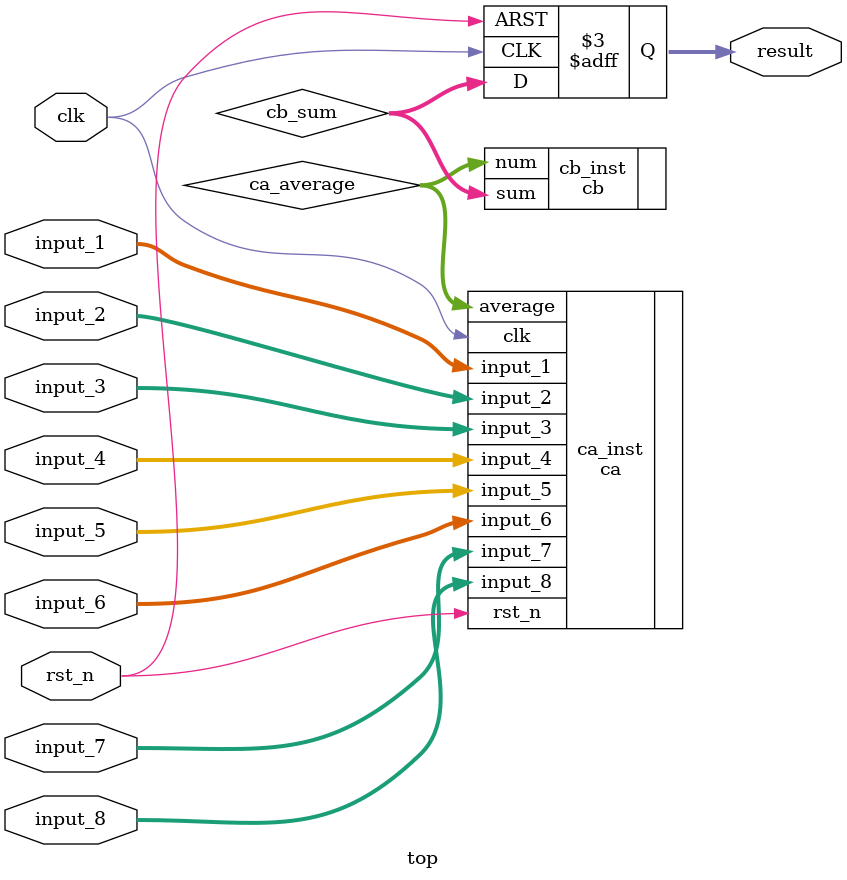
<source format=sv>
module top #(parameter P = 8, q = 10000)(
    input clk,
    input rst_n,
    input wire [7:0] input_1,
    input wire [7:0] input_2,
    input wire [7:0] input_3,
    input wire [7:0] input_4,
    input wire [7:0] input_5,
    input wire [7:0] input_6,
    input wire [7:0] input_7,
    input wire [7:0] input_8,
    output reg [63:0] result
);

reg [63:0] cb_sum;
reg [7:0] ca_average;

ca #(P) ca_inst (
    .clk(clk),
    .rst_n(rst_n),
    .input_1(input_1),
    .input_2(input_2),
    .input_3(input_3),
    .input_4(input_4),
    .input_5(input_5),
    .input_6(input_6),
    .input_7(input_7),
    .input_8(input_8),
    .average(ca_average)
);

cb #(q) cb_inst (
    .num(ca_average),
    .sum(cb_sum)
);

always_ff @(posedge clk or negedge rst_n) begin
    if (!rst_n) begin
        result <= 0;
    end else begin
        result <= cb_sum;
    end
end

endmodule


</source>
